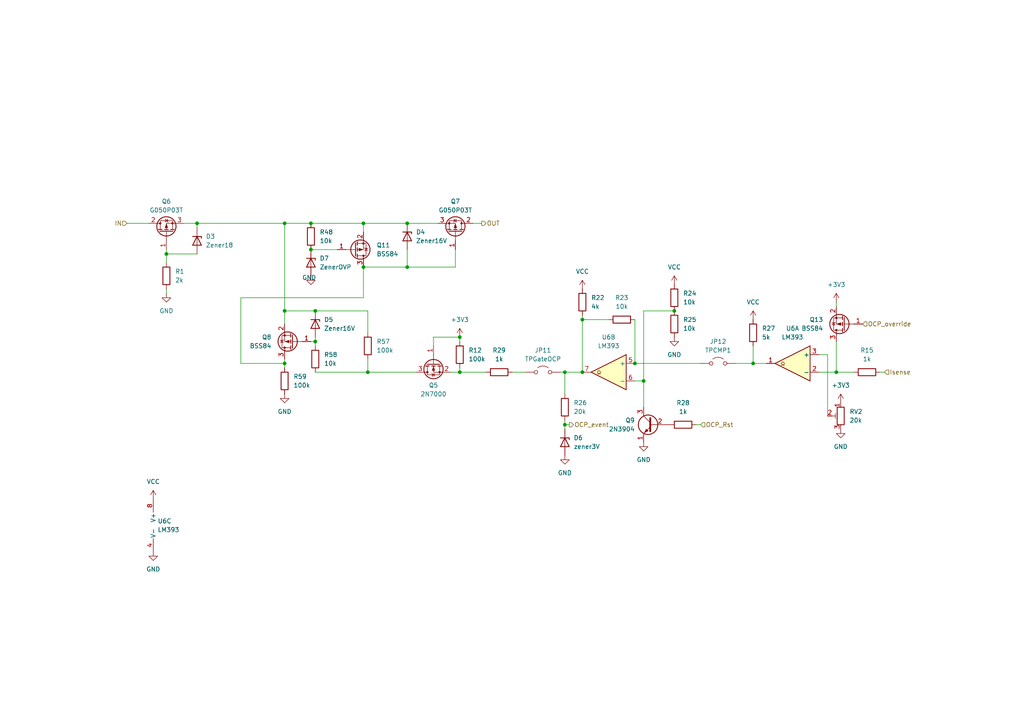
<source format=kicad_sch>
(kicad_sch (version 20231120) (generator "eeschema") (generator_version "8.0")
  (paper "A4")
  (lib_symbols
    (symbol "Comparator:LM393" (pin_names (offset 0.127))
      (property "Reference" "U" (at 3.81 3.81 0))
      (property "Value" "LM393" (at 6.35 -3.81 0))
      (symbol "LM393_1_1"
        (polyline (pts (xy -5.08 5.08) (xy 5.08 0) (xy -5.08 -5.08) (xy -5.08 5.08)) (stroke (width 0.254)) (fill (type background)))
        (polyline (pts (xy 3.302 -0.508) (xy 2.794 -0.508) (xy 3.302 0) (xy 2.794 0.508) (xy 2.286 0) (xy 2.794 -0.508) (xy 2.286 -0.508)) (stroke (width 0.127)))
        (pin open_collector line (at 7.62 0 180) (length 2.54) (name "~") (number "1"))
        (pin input line (at -7.62 -2.54 0) (length 2.54) (name "-") (number "2"))
        (pin input line (at -7.62 2.54 0) (length 2.54) (name "+") (number "3"))
      )
      (symbol "LM393_2_1"
        (polyline (pts (xy -5.08 5.08) (xy 5.08 0) (xy -5.08 -5.08) (xy -5.08 5.08)) (stroke (width 0.254)) (fill (type background)))
        (polyline (pts (xy 3.302 -0.508) (xy 2.794 -0.508) (xy 3.302 0) (xy 2.794 0.508) (xy 2.286 0) (xy 2.794 -0.508) (xy 2.286 -0.508)) (stroke (width 0.127)))
        (pin input line (at -7.62 2.54 0) (length 2.54) (name "+") (number "5"))
        (pin input line (at -7.62 -2.54 0) (length 2.54) (name "-") (number "6"))
        (pin open_collector line (at 7.62 0 180) (length 2.54) (name "~") (number "7"))
      )
      (symbol "LM393_3_1"
        (pin power_in line (at -2.54 -7.62 90) (length 3.81) (name "V-") (number "4"))
        (pin power_in line (at -2.54 7.62 270) (length 3.81) (name "V+") (number "8"))
      )
    )
    (symbol "Device:D_Zener" (pin_numbers hide) (pin_names (offset 1.016) hide)
      (property "Reference" "D" (at 0 2.54 0))
      (property "Value" "D_Zener" (at 0 -2.54 0))
      (symbol "D_Zener_0_1"
        (polyline (pts (xy 1.27 0) (xy -1.27 0)))
        (polyline (pts (xy -1.27 -1.27) (xy -1.27 1.27) (xy -0.762 1.27)) (stroke (width 0.254)))
        (polyline (pts (xy 1.27 -1.27) (xy 1.27 1.27) (xy -1.27 0) (xy 1.27 -1.27)) (stroke (width 0.254)))
      )
      (symbol "D_Zener_1_1"
        (pin passive line (at -3.81 0 0) (length 2.54) (name "K") (number "1"))
        (pin passive line (at 3.81 0 180) (length 2.54) (name "A") (number "2"))
      )
    )
    (symbol "Device:R" (pin_numbers hide) (pin_names (offset 0))
      (property "Reference" "R" (at 2.032 0 90))
      (property "Value" "R" (at 0 0 90))
      (symbol "R_0_1"
        (rectangle (start -1.016 -2.54) (end 1.016 2.54) (stroke (width 0.254)))
      )
      (symbol "R_1_1"
        (pin passive line (at 0 3.81 270) (length 1.27) (name "~") (number "1"))
        (pin passive line (at 0 -3.81 90) (length 1.27) (name "~") (number "2"))
      )
    )
    (symbol "Device:R_Potentiometer_Trim" (pin_names (offset 1.016) hide)
      (property "Reference" "RV" (at -4.445 0 90))
      (property "Value" "R_Potentiometer_Trim" (at -2.54 0 90))
      (symbol "R_Potentiometer_Trim_0_1"
        (polyline (pts (xy 1.524 0.762) (xy 1.524 -0.762)))
        (polyline (pts (xy 2.54 0) (xy 1.524 0)))
        (rectangle (start 1.016 2.54) (end -1.016 -2.54) (stroke (width 0.254)))
      )
      (symbol "R_Potentiometer_Trim_1_1"
        (pin passive line (at 0 3.81 270) (length 1.27) (name "1") (number "1"))
        (pin passive line (at 3.81 0 180) (length 1.27) (name "2") (number "2"))
        (pin passive line (at 0 -3.81 90) (length 1.27) (name "3") (number "3"))
      )
    )
    (symbol "Jumper:Jumper_2_Open" (pin_numbers hide) (pin_names (offset 0) hide) (exclude_from_sim yes)
      (property "Reference" "JP" (at 0 2.794 0))
      (property "Value" "Jumper_2_Open" (at 0 -2.286 0))
      (symbol "Jumper_2_Open_0_0"
        (circle (center -2.032 0) (radius 0.508))
        (circle (center 2.032 0) (radius 0.508))
      )
      (symbol "Jumper_2_Open_0_1"
        (arc (start 1.524 1.27) (mid 0 1.778) (end -1.524 1.27))
      )
      (symbol "Jumper_2_Open_1_1"
        (pin passive line (at -5.08 0 0) (length 2.54) (name "A") (number "1"))
        (pin passive line (at 5.08 0 180) (length 2.54) (name "B") (number "2"))
      )
    )
    (symbol "Transistor_BJT:2N3904" (pin_names (offset 0) hide)
      (property "Reference" "Q" (at 5.08 1.905 0))
      (property "Value" "2N3904" (at 5.08 0 0))
      (symbol "2N3904_0_1"
        (polyline (pts (xy 0.635 0.635) (xy 2.54 2.54)))
        (polyline (pts (xy 0.635 -0.635) (xy 2.54 -2.54) (xy 2.54 -2.54)))
        (polyline (pts (xy 0.635 1.905) (xy 0.635 -1.905) (xy 0.635 -1.905)) (stroke (width 0.508)))
        (polyline (pts (xy 1.27 -1.778) (xy 1.778 -1.27) (xy 2.286 -2.286) (xy 1.27 -1.778) (xy 1.27 -1.778)) (fill (type outline)))
        (circle (center 1.27 0) (radius 2.8194) (stroke (width 0.254)))
      )
      (symbol "2N3904_1_1"
        (pin passive line (at 2.54 -5.08 90) (length 2.54) (name "E") (number "1"))
        (pin passive line (at -5.08 0 0) (length 5.715) (name "B") (number "2"))
        (pin passive line (at 2.54 5.08 270) (length 2.54) (name "C") (number "3"))
      )
    )
    (symbol "Transistor_FET:2N7000" (pin_names hide)
      (property "Reference" "Q5" (at 6.35 0 90))
      (property "Value" "2N7000" (at 8.89 0 90))
      (symbol "2N7000_0_1"
        (polyline (pts (xy 0.254 0) (xy -2.54 0)))
        (polyline (pts (xy 0.254 1.905) (xy 0.254 -1.905)) (stroke (width 0.254)))
        (polyline (pts (xy 0.762 -1.27) (xy 0.762 -2.286)) (stroke (width 0.254)))
        (polyline (pts (xy 0.762 0.508) (xy 0.762 -0.508)) (stroke (width 0.254)))
        (polyline (pts (xy 0.762 2.286) (xy 0.762 1.27)) (stroke (width 0.254)))
        (polyline (pts (xy 2.54 2.54) (xy 2.54 1.778)))
        (polyline (pts (xy 2.54 -2.54) (xy 2.54 0) (xy 0.762 0)))
        (polyline (pts (xy 0.762 -1.778) (xy 3.302 -1.778) (xy 3.302 1.778) (xy 0.762 1.778)))
        (polyline (pts (xy 1.016 0) (xy 2.032 0.381) (xy 2.032 -0.381) (xy 1.016 0)) (fill (type outline)))
        (polyline (pts (xy 2.794 0.508) (xy 2.921 0.381) (xy 3.683 0.381) (xy 3.81 0.254)))
        (polyline (pts (xy 3.302 0.381) (xy 2.921 -0.254) (xy 3.683 -0.254) (xy 3.302 0.381)))
        (circle (center 1.651 0) (radius 2.794) (stroke (width 0.254)))
        (circle (center 2.54 -1.778) (radius 0.254) (fill (type outline)))
        (circle (center 2.54 1.778) (radius 0.254) (fill (type outline)))
      )
      (symbol "2N7000_1_1"
        (pin input line (at -5.08 0 0) (length 2.54) (name "G") (number "1"))
        (pin passive line (at 2.54 -5.08 90) (length 2.54) (name "S") (number "2"))
        (pin passive line (at 2.54 5.08 270) (length 2.54) (name "D") (number "3"))
      )
    )
    (symbol "Transistor_FET:BSS84" (pin_names hide)
      (property "Reference" "Q" (at 5.08 1.905 0))
      (property "Value" "BSS84" (at 5.08 0 0))
      (symbol "BSS84_0_1"
        (polyline (pts (xy 0.254 0) (xy -2.54 0)))
        (polyline (pts (xy 0.254 1.905) (xy 0.254 -1.905)) (stroke (width 0.254)))
        (polyline (pts (xy 0.762 -1.27) (xy 0.762 -2.286)) (stroke (width 0.254)))
        (polyline (pts (xy 0.762 0.508) (xy 0.762 -0.508)) (stroke (width 0.254)))
        (polyline (pts (xy 0.762 2.286) (xy 0.762 1.27)) (stroke (width 0.254)))
        (polyline (pts (xy 2.54 2.54) (xy 2.54 1.778)))
        (polyline (pts (xy 2.54 -2.54) (xy 2.54 0) (xy 0.762 0)))
        (polyline (pts (xy 0.762 1.778) (xy 3.302 1.778) (xy 3.302 -1.778) (xy 0.762 -1.778)))
        (polyline (pts (xy 2.286 0) (xy 1.27 0.381) (xy 1.27 -0.381) (xy 2.286 0)) (fill (type outline)))
        (polyline (pts (xy 2.794 -0.508) (xy 2.921 -0.381) (xy 3.683 -0.381) (xy 3.81 -0.254)))
        (polyline (pts (xy 3.302 -0.381) (xy 2.921 0.254) (xy 3.683 0.254) (xy 3.302 -0.381)))
        (circle (center 1.651 0) (radius 2.794) (stroke (width 0.254)))
        (circle (center 2.54 -1.778) (radius 0.254) (fill (type outline)))
        (circle (center 2.54 1.778) (radius 0.254) (fill (type outline)))
      )
      (symbol "BSS84_1_1"
        (pin input line (at -5.08 0 0) (length 2.54) (name "G") (number "1"))
        (pin passive line (at 2.54 -5.08 90) (length 2.54) (name "S") (number "2"))
        (pin passive line (at 2.54 5.08 270) (length 2.54) (name "D") (number "3"))
      )
    )
    (symbol "Transistor_FET:IRF9540N" (pin_names hide)
      (property "Reference" "Q" (at 5.08 1.905 0))
      (property "Value" "IRF9540N" (at 5.08 0 0))
      (symbol "IRF9540N_0_1"
        (polyline (pts (xy 0.254 0) (xy -2.54 0)))
        (polyline (pts (xy 0.254 1.905) (xy 0.254 -1.905)) (stroke (width 0.254)))
        (polyline (pts (xy 0.762 -1.27) (xy 0.762 -2.286)) (stroke (width 0.254)))
        (polyline (pts (xy 0.762 0.508) (xy 0.762 -0.508)) (stroke (width 0.254)))
        (polyline (pts (xy 0.762 2.286) (xy 0.762 1.27)) (stroke (width 0.254)))
        (polyline (pts (xy 2.54 2.54) (xy 2.54 1.778)))
        (polyline (pts (xy 2.54 -2.54) (xy 2.54 0) (xy 0.762 0)))
        (polyline (pts (xy 0.762 1.778) (xy 3.302 1.778) (xy 3.302 -1.778) (xy 0.762 -1.778)))
        (polyline (pts (xy 2.286 0) (xy 1.27 0.381) (xy 1.27 -0.381) (xy 2.286 0)) (fill (type outline)))
        (polyline (pts (xy 2.794 -0.508) (xy 2.921 -0.381) (xy 3.683 -0.381) (xy 3.81 -0.254)))
        (polyline (pts (xy 3.302 -0.381) (xy 2.921 0.254) (xy 3.683 0.254) (xy 3.302 -0.381)))
        (circle (center 1.651 0) (radius 2.794) (stroke (width 0.254)))
        (circle (center 2.54 -1.778) (radius 0.254) (fill (type outline)))
        (circle (center 2.54 1.778) (radius 0.254) (fill (type outline)))
      )
      (symbol "IRF9540N_1_1"
        (pin input line (at -5.08 0 0) (length 2.54) (name "G") (number "1"))
        (pin passive line (at 2.54 5.08 270) (length 2.54) (name "D") (number "2"))
        (pin passive line (at 2.54 -5.08 90) (length 2.54) (name "S") (number "3"))
      )
    )
    (symbol "power:+3V3" (power) (pin_numbers hide) (pin_names (offset 0) hide)
      (property "Value" "+3V3" (at 0 3.556 0))
      (symbol "+3V3_0_1"
        (polyline (pts (xy -0.762 1.27) (xy 0 2.54)))
        (polyline (pts (xy 0 0) (xy 0 2.54)))
        (polyline (pts (xy 0 2.54) (xy 0.762 1.27)))
      )
      (symbol "+3V3_1_1"
        (pin power_in line (at 0 0 90) (length 0) (name "~") (number "1"))
      )
    )
    (symbol "power:GND" (power) (pin_numbers hide) (pin_names (offset 0) hide)
      (property "Value" "GND" (at 0 -3.81 0))
      (symbol "GND_0_1"
        (polyline (pts (xy 0 0) (xy 0 -1.27) (xy 1.27 -1.27) (xy 0 -2.54) (xy -1.27 -1.27) (xy 0 -1.27)))
      )
      (symbol "GND_1_1"
        (pin power_in line (at 0 0 270) (length 0) (name "~") (number "1"))
      )
    )
    (symbol "power:VCC" (power) (pin_numbers hide) (pin_names (offset 0) hide)
      (property "Value" "VCC" (at 0 3.556 0))
      (symbol "VCC_0_1"
        (polyline (pts (xy -0.762 1.27) (xy 0 2.54)))
        (polyline (pts (xy 0 0) (xy 0 2.54)))
        (polyline (pts (xy 0 2.54) (xy 0.762 1.27)))
      )
      (symbol "VCC_1_1"
        (pin power_in line (at 0 0 90) (length 0) (name "~") (number "1"))
      )
    )
  )
  (junction (at 168.91 92.71))
  (junction (at 82.55 90.17))
  (junction (at 106.68 107.95))
  (junction (at 91.44 99.06))
  (junction (at 133.35 107.95))
  (junction (at 133.35 97.79))
  (junction (at 105.41 64.77))
  (junction (at 91.44 90.17))
  (junction (at 105.41 77.47))
  (junction (at 118.11 64.77))
  (junction (at 82.55 105.41))
  (junction (at 242.57 107.95))
  (junction (at 118.11 77.47))
  (junction (at 163.83 107.95))
  (junction (at 218.44 105.41))
  (junction (at 195.58 90.17))
  (junction (at 186.69 110.49))
  (junction (at 168.91 107.95))
  (junction (at 48.26 73.66))
  (junction (at 184.15 105.41))
  (junction (at 90.17 72.39))
  (junction (at 82.55 64.77))
  (junction (at 57.15 64.77))
  (junction (at 163.83 123.19))
  (junction (at 90.17 64.77))
  (wire (pts (xy 218.44 105.41) (xy 222.25 105.41)))
  (wire (pts (xy 105.41 67.31) (xy 105.41 64.77)))
  (wire (pts (xy 186.69 90.17) (xy 186.69 110.49)))
  (wire (pts (xy 237.49 102.87) (xy 240.03 102.87)))
  (wire (pts (xy 203.2 105.41) (xy 184.15 105.41)))
  (wire (pts (xy 36.83 64.77) (xy 43.18 64.77)))
  (wire (pts (xy 168.91 92.71) (xy 168.91 107.95)))
  (wire (pts (xy 163.83 123.19) (xy 165.1 123.19)))
  (wire (pts (xy 106.68 107.95) (xy 91.44 107.95)))
  (wire (pts (xy 82.55 64.77) (xy 90.17 64.77)))
  (wire (pts (xy 105.41 77.47) (xy 105.41 86.36)))
  (wire (pts (xy 132.08 72.39) (xy 132.08 77.47)))
  (wire (pts (xy 90.17 99.06) (xy 91.44 99.06)))
  (wire (pts (xy 237.49 107.95) (xy 242.57 107.95)))
  (wire (pts (xy 57.15 64.77) (xy 82.55 64.77)))
  (wire (pts (xy 82.55 90.17) (xy 82.55 64.77)))
  (wire (pts (xy 218.44 100.33) (xy 218.44 105.41)))
  (wire (pts (xy 82.55 105.41) (xy 69.85 105.41)))
  (wire (pts (xy 82.55 93.98) (xy 82.55 90.17)))
  (wire (pts (xy 203.2 123.19) (xy 201.93 123.19)))
  (wire (pts (xy 91.44 99.06) (xy 91.44 100.33)))
  (wire (pts (xy 162.56 107.95) (xy 163.83 107.95)))
  (wire (pts (xy 213.36 105.41) (xy 218.44 105.41)))
  (wire (pts (xy 125.73 97.79) (xy 125.73 100.33)))
  (wire (pts (xy 90.17 72.39) (xy 97.79 72.39)))
  (wire (pts (xy 57.15 73.66) (xy 48.26 73.66)))
  (wire (pts (xy 242.57 87.63) (xy 242.57 88.9)))
  (wire (pts (xy 82.55 106.68) (xy 82.55 105.41)))
  (wire (pts (xy 105.41 64.77) (xy 118.11 64.77)))
  (wire (pts (xy 130.81 107.95) (xy 133.35 107.95)))
  (wire (pts (xy 163.83 123.19) (xy 163.83 124.46)))
  (wire (pts (xy 133.35 99.06) (xy 133.35 97.79)))
  (wire (pts (xy 242.57 107.95) (xy 247.65 107.95)))
  (wire (pts (xy 148.59 107.95) (xy 152.4 107.95)))
  (wire (pts (xy 118.11 64.77) (xy 127 64.77)))
  (wire (pts (xy 48.26 73.66) (xy 48.26 76.2)))
  (wire (pts (xy 91.44 90.17) (xy 106.68 90.17)))
  (wire (pts (xy 242.57 99.06) (xy 242.57 107.95)))
  (wire (pts (xy 133.35 97.79) (xy 125.73 97.79)))
  (wire (pts (xy 69.85 86.36) (xy 105.41 86.36)))
  (wire (pts (xy 106.68 104.14) (xy 106.68 107.95)))
  (wire (pts (xy 91.44 97.79) (xy 91.44 99.06)))
  (wire (pts (xy 106.68 107.95) (xy 120.65 107.95)))
  (wire (pts (xy 82.55 105.41) (xy 82.55 104.14)))
  (wire (pts (xy 105.41 76.2) (xy 105.41 77.47)))
  (wire (pts (xy 240.03 102.87) (xy 240.03 120.65)))
  (wire (pts (xy 48.26 83.82) (xy 48.26 85.09)))
  (wire (pts (xy 163.83 107.95) (xy 168.91 107.95)))
  (wire (pts (xy 186.69 110.49) (xy 186.69 118.11)))
  (wire (pts (xy 133.35 107.95) (xy 140.97 107.95)))
  (wire (pts (xy 168.91 91.44) (xy 168.91 92.71)))
  (wire (pts (xy 168.91 92.71) (xy 176.53 92.71)))
  (wire (pts (xy 163.83 121.92) (xy 163.83 123.19)))
  (wire (pts (xy 184.15 92.71) (xy 184.15 105.41)))
  (wire (pts (xy 57.15 64.77) (xy 57.15 66.04)))
  (wire (pts (xy 132.08 77.47) (xy 118.11 77.47)))
  (wire (pts (xy 118.11 72.39) (xy 118.11 77.47)))
  (wire (pts (xy 48.26 72.39) (xy 48.26 73.66)))
  (wire (pts (xy 163.83 107.95) (xy 163.83 114.3)))
  (wire (pts (xy 137.16 64.77) (xy 139.7 64.77)))
  (wire (pts (xy 186.69 110.49) (xy 184.15 110.49)))
  (wire (pts (xy 82.55 90.17) (xy 91.44 90.17)))
  (wire (pts (xy 255.27 107.95) (xy 256.54 107.95)))
  (wire (pts (xy 106.68 90.17) (xy 106.68 96.52)))
  (wire (pts (xy 186.69 90.17) (xy 195.58 90.17)))
  (wire (pts (xy 118.11 77.47) (xy 105.41 77.47)))
  (wire (pts (xy 69.85 105.41) (xy 69.85 86.36)))
  (wire (pts (xy 53.34 64.77) (xy 57.15 64.77)))
  (wire (pts (xy 133.35 106.68) (xy 133.35 107.95)))
  (wire (pts (xy 90.17 64.77) (xy 105.41 64.77)))
  (hierarchical_label "OCP_Rst" (shape input) (at 203.2 123.19 0))
  (hierarchical_label "IN" (shape input) (at 36.83 64.77 180))
  (hierarchical_label "Isense" (shape input) (at 256.54 107.95 0))
  (hierarchical_label "OUT" (shape output) (at 139.7 64.77 0))
  (hierarchical_label "OCP_override" (shape input) (at 250.19 93.98 0))
  (hierarchical_label "OCP_event" (shape output) (at 165.1 123.19 0))
  (symbol (lib_id "Device:R") (at 82.55 110.49 180) (unit 1)
    (property "Reference" "R59" (at 85.09 109.2199 0) (effects (justify right)))
    (property "Value" "100k" (at 85.09 111.7599 0) (effects (justify right)))
    (property "Footprint" "Resistor_SMD:R_0805_2012Metric_Pad1.20x1.40mm_HandSolder" (effects (hide yes)))
    (property "Description" "Resistor" (effects (hide yes)))
  )
  (symbol (lib_id "power:GND") (at 44.45 160.02 0) (unit 1)
    (property "Reference" "#PWR07" (effects (hide yes)))
    (property "Value" "GND" (at 44.45 165.1 0))
    (property "Description" "Power symbol creates a global label with name \"GND\" , ground" (effects (hide yes)))
  )
  (symbol (lib_id "power:VCC") (at 168.91 83.82 0) (unit 1)
    (property "Reference" "#PWR032" (effects (hide yes)))
    (property "Value" "VCC" (at 168.91 78.74 0))
    (property "Description" "Power symbol creates a global label with name \"VCC\"" (effects (hide yes)))
  )
  (symbol (lib_id "Device:D_Zener") (at 91.44 93.98 270) (unit 1)
    (property "Reference" "D5" (at 93.98 92.7099 90) (effects (justify left)))
    (property "Value" "Zener16V" (at 93.98 95.2499 90) (effects (justify left)))
    (property "Footprint" "Diode_THT:D_DO-35_SOD27_P7.62mm_Horizontal" (effects (hide yes)))
    (property "Description" "Zener diode" (effects (hide yes)))
  )
  (symbol (lib_id "Device:R") (at 91.44 104.14 180) (unit 1)
    (property "Reference" "R58" (at 93.98 102.8699 0) (effects (justify right)))
    (property "Value" "10k" (at 93.98 105.4099 0) (effects (justify right)))
    (property "Footprint" "Resistor_SMD:R_0805_2012Metric_Pad1.20x1.40mm_HandSolder" (effects (hide yes)))
    (property "Description" "Resistor" (effects (hide yes)))
  )
  (symbol (lib_id "Device:R") (at 106.68 100.33 180) (unit 1)
    (property "Reference" "R57" (at 109.22 99.0599 0) (effects (justify right)))
    (property "Value" "100k" (at 109.22 101.5999 0) (effects (justify right)))
    (property "Footprint" "Resistor_SMD:R_0805_2012Metric_Pad1.20x1.40mm_HandSolder" (effects (hide yes)))
    (property "Description" "Resistor" (effects (hide yes)))
  )
  (symbol (lib_id "Transistor_FET:BSS84") (at 85.09 99.06 180) (unit 1)
    (property "Reference" "Q8" (at 78.74 97.7899 0) (effects (justify left)))
    (property "Value" "BSS84" (at 78.74 100.3299 0) (effects (justify left)))
    (property "Footprint" "Package_TO_SOT_SMD:SOT-23_Handsoldering" (effects (hide yes)))
    (property "Datasheet" "http://assets.nexperia.com/documents/data-sheet/BSS84.pdf" (effects (hide yes)))
    (property "Description" "-0.13A Id, -50V Vds, P-Channel MOSFET, SOT-23" (effects (hide yes)))
  )
  (symbol (lib_id "Transistor_FET:BSS84") (at 102.87 72.39 0) (mirror x) (unit 1)
    (property "Reference" "Q11" (at 109.22 71.1199 0) (effects (justify left)))
    (property "Value" "BSS84" (at 109.22 73.6599 0) (effects (justify left)))
    (property "Footprint" "Package_TO_SOT_SMD:SOT-23_Handsoldering" (effects (hide yes)))
    (property "Datasheet" "http://assets.nexperia.com/documents/data-sheet/BSS84.pdf" (effects (hide yes)))
    (property "Description" "-0.13A Id, -50V Vds, P-Channel MOSFET, SOT-23" (effects (hide yes)))
  )
  (symbol (lib_id "Device:R") (at 133.35 102.87 180) (unit 1)
    (property "Reference" "R12" (at 135.89 101.5999 0) (effects (justify right)))
    (property "Value" "100k" (at 135.89 104.1399 0) (effects (justify right)))
    (property "Footprint" "Resistor_SMD:R_0805_2012Metric_Pad1.20x1.40mm_HandSolder" (effects (hide yes)))
    (property "Description" "Resistor" (effects (hide yes)))
  )
  (symbol (lib_id "power:VCC") (at 195.58 82.55 0) (unit 1)
    (property "Reference" "#PWR034" (effects (hide yes)))
    (property "Value" "VCC" (at 195.58 77.47 0))
    (property "Description" "Power symbol creates a global label with name \"VCC\"" (effects (hide yes)))
  )
  (symbol (lib_id "power:GND") (at 186.69 128.27 0) (unit 1)
    (property "Reference" "#PWR038" (effects (hide yes)))
    (property "Value" "GND" (at 186.69 133.35 0))
    (property "Description" "Power symbol creates a global label with name \"GND\" , ground" (effects (hide yes)))
  )
  (symbol (lib_id "Device:D_Zener") (at 163.83 128.27 270) (unit 1)
    (property "Reference" "D6" (at 166.37 126.9999 90) (effects (justify left)))
    (property "Value" "zener3V" (at 166.37 129.5399 90) (effects (justify left)))
    (property "Footprint" "Diode_THT:D_DO-35_SOD27_P7.62mm_Horizontal" (effects (hide yes)))
    (property "Description" "Zener diode" (effects (hide yes)))
  )
  (symbol (lib_id "Device:R") (at 144.78 107.95 270) (unit 1)
    (property "Reference" "R29" (at 144.78 101.6 90))
    (property "Value" "1k" (at 144.78 104.14 90))
    (property "Footprint" "Resistor_SMD:R_0805_2012Metric_Pad1.20x1.40mm_HandSolder" (effects (hide yes)))
    (property "Description" "Resistor" (effects (hide yes)))
  )
  (symbol (lib_id "Device:R") (at 90.17 68.58 180) (unit 1)
    (property "Reference" "R48" (at 92.71 67.3099 0) (effects (justify right)))
    (property "Value" "10k" (at 92.71 69.8499 0) (effects (justify right)))
    (property "Footprint" "Resistor_SMD:R_0805_2012Metric_Pad1.20x1.40mm_HandSolder" (effects (hide yes)))
    (property "Description" "Resistor" (effects (hide yes)))
  )
  (symbol (lib_id "power:GND") (at 82.55 114.3 0) (unit 1)
    (property "Reference" "#PWR040" (effects (hide yes)))
    (property "Value" "GND" (at 82.55 119.38 0))
    (property "Description" "Power symbol creates a global label with name \"GND\" , ground" (effects (hide yes)))
  )
  (symbol (lib_id "Comparator:LM393") (at 229.87 105.41 0) (mirror y) (unit 1)
    (property "Reference" "U6" (at 229.87 95.25 0))
    (property "Value" "LM393" (at 229.87 97.79 0))
    (property "Footprint" "Package_SO:SOIC-8_3.9x4.9mm_P1.27mm" (effects (hide yes)))
    (property "Datasheet" "http://www.ti.com/lit/ds/symlink/lm393.pdf" (effects (hide yes)))
    (property "Description" "Low-Power, Low-Offset Voltage, Dual Comparators, DIP-8/SOIC-8/TO-99-8" (effects (hide yes)))
  )
  (symbol (lib_id "Device:D_Zener") (at 90.17 76.2 270) (unit 1)
    (property "Reference" "D7" (at 92.71 74.9299 90) (effects (justify left)))
    (property "Value" "ZenerOVP" (at 92.71 77.4699 90) (effects (justify left)))
    (property "Footprint" "Diode_THT:D_DO-35_SOD27_P7.62mm_Horizontal" (effects (hide yes)))
    (property "Description" "Zener diode" (effects (hide yes)))
  )
  (symbol (lib_id "Device:R") (at 195.58 86.36 180) (unit 1)
    (property "Reference" "R24" (at 198.12 85.0899 0) (effects (justify right)))
    (property "Value" "10k" (at 198.12 87.6299 0) (effects (justify right)))
    (property "Footprint" "Resistor_SMD:R_0805_2012Metric_Pad1.20x1.40mm_HandSolder" (effects (hide yes)))
    (property "Description" "Resistor" (effects (hide yes)))
  )
  (symbol (lib_id "Transistor_FET:2N7000") (at 125.73 105.41 90) (mirror x) (unit 1)
    (property "Reference" "Q5" (at 125.73 111.76 90))
    (property "Value" "2N7000" (at 125.73 114.3 90))
    (property "Footprint" "Package_TO_SOT_SMD:SOT-23_Handsoldering" (effects (hide yes)))
    (property "Datasheet" "https://www.vishay.com/docs/70226/70226.pdf" (effects (hide yes)))
    (property "Description" "0.2A Id, 200V Vds, N-Channel MOSFET, 2.6V Logic Level, TO-92" (effects (hide yes)))
  )
  (symbol (lib_id "Jumper:Jumper_2_Open") (at 157.48 107.95 0) (unit 1) (exclude_from_sim yes)
    (property "Reference" "JP11" (at 157.48 101.6 0))
    (property "Value" "TPGateOCP" (at 157.48 104.14 0))
    (property "Footprint" "Connector_PinSocket_2.54mm:PinSocket_1x02_P2.54mm_Vertical" (effects (hide yes)))
    (property "Description" "Jumper, 2-pole, open" (effects (hide yes)))
  )
  (symbol (lib_id "power:GND") (at 195.58 97.79 0) (unit 1)
    (property "Reference" "#PWR033" (effects (hide yes)))
    (property "Value" "GND" (at 195.58 102.87 0))
    (property "Description" "Power symbol creates a global label with name \"GND\" , ground" (effects (hide yes)))
  )
  (symbol (lib_id "power:GND") (at 90.17 80.01 0) (unit 1)
    (property "Reference" "#PWR059" (effects (hide yes)))
    (property "Value" "GND" (at 89.662 80.518 0))
    (property "Description" "Power symbol creates a global label with name \"GND\" , ground" (effects (hide yes)))
  )
  (symbol (lib_id "Device:R") (at 163.83 118.11 180) (unit 1)
    (property "Reference" "R26" (at 166.37 116.8399 0) (effects (justify right)))
    (property "Value" "20k" (at 166.37 119.3799 0) (effects (justify right)))
    (property "Footprint" "Resistor_SMD:R_0805_2012Metric_Pad1.20x1.40mm_HandSolder" (effects (hide yes)))
    (property "Description" "Resistor" (effects (hide yes)))
  )
  (symbol (lib_id "Transistor_FET:BSS84") (at 245.11 93.98 180) (unit 1)
    (property "Reference" "Q13" (at 238.76 92.7099 0) (effects (justify left)))
    (property "Value" "BSS84" (at 238.76 95.2499 0) (effects (justify left)))
    (property "Footprint" "Package_TO_SOT_SMD:SOT-23_Handsoldering" (effects (hide yes)))
    (property "Datasheet" "http://assets.nexperia.com/documents/data-sheet/BSS84.pdf" (effects (hide yes)))
    (property "Description" "-0.13A Id, -50V Vds, P-Channel MOSFET, SOT-23" (effects (hide yes)))
  )
  (symbol (lib_id "Device:D_Zener") (at 118.11 68.58 270) (unit 1)
    (property "Reference" "D4" (at 120.65 67.3099 90) (effects (justify left)))
    (property "Value" "Zener16V" (at 120.65 69.8499 90) (effects (justify left)))
    (property "Footprint" "Diode_THT:D_DO-35_SOD27_P7.62mm_Horizontal" (effects (hide yes)))
    (property "Description" "Zener diode" (effects (hide yes)))
  )
  (symbol (lib_id "Device:R") (at 168.91 87.63 180) (unit 1)
    (property "Reference" "R22" (at 171.45 86.3599 0) (effects (justify right)))
    (property "Value" "4k" (at 171.45 88.8999 0) (effects (justify right)))
    (property "Footprint" "Resistor_SMD:R_0805_2012Metric_Pad1.20x1.40mm_HandSolder" (effects (hide yes)))
    (property "Description" "Resistor" (effects (hide yes)))
  )
  (symbol (lib_id "power:GND") (at 163.83 132.08 0) (unit 1)
    (property "Reference" "#PWR036" (effects (hide yes)))
    (property "Value" "GND" (at 163.83 137.16 0))
    (property "Description" "Power symbol creates a global label with name \"GND\" , ground" (effects (hide yes)))
  )
  (symbol (lib_id "Device:D_Zener") (at 57.15 69.85 270) (unit 1)
    (property "Reference" "D3" (at 59.69 68.5799 90) (effects (justify left)))
    (property "Value" "Zener18" (at 59.69 71.1199 90) (effects (justify left)))
    (property "Footprint" "Diode_THT:D_DO-35_SOD27_P7.62mm_Horizontal" (effects (hide yes)))
    (property "Description" "Zener diode" (effects (hide yes)))
  )
  (symbol (lib_id "power:VCC") (at 44.45 144.78 0) (unit 1)
    (property "Reference" "#PWR011" (effects (hide yes)))
    (property "Value" "VCC" (at 44.45 139.7 0))
    (property "Description" "Power symbol creates a global label with name \"VCC\"" (effects (hide yes)))
  )
  (symbol (lib_id "Device:R") (at 251.46 107.95 90) (unit 1)
    (property "Reference" "R15" (at 251.46 101.6 90))
    (property "Value" "1k" (at 251.46 104.14 90))
    (property "Footprint" "Resistor_SMD:R_0805_2012Metric_Pad1.20x1.40mm_HandSolder" (effects (hide yes)))
    (property "Description" "Resistor" (effects (hide yes)))
  )
  (symbol (lib_id "Comparator:LM393") (at 176.53 107.95 0) (mirror y) (unit 2)
    (property "Reference" "U6" (at 176.53 97.79 0))
    (property "Value" "LM393" (at 176.53 100.33 0))
    (property "Footprint" "Package_SO:SOIC-8_3.9x4.9mm_P1.27mm" (effects (hide yes)))
    (property "Datasheet" "http://www.ti.com/lit/ds/symlink/lm393.pdf" (effects (hide yes)))
    (property "Description" "Low-Power, Low-Offset Voltage, Dual Comparators, DIP-8/SOIC-8/TO-99-8" (effects (hide yes)))
  )
  (symbol (lib_id "Transistor_BJT:2N3904") (at 189.23 123.19 0) (mirror y) (unit 1)
    (property "Reference" "Q9" (at 184.15 121.9199 0) (effects (justify left)))
    (property "Value" "2N3904" (at 184.15 124.4599 0) (effects (justify left)))
    (property "Footprint" "Package_TO_SOT_SMD:SOT-23_Handsoldering" (effects (hide yes)))
    (property "Datasheet" "https://www.onsemi.com/pub/Collateral/2N3903-D.PDF" (effects (hide yes)))
    (property "Description" "0.2A Ic, 40V Vce, Small Signal NPN Transistor, TO-92" (effects (hide yes)))
  )
  (symbol (lib_id "Comparator:LM393") (at 41.91 152.4 0) (mirror y) (unit 3)
    (property "Reference" "U6" (at 45.72 151.1299 0) (effects (justify right)))
    (property "Value" "LM393" (at 45.72 153.6699 0) (effects (justify right)))
    (property "Footprint" "Package_SO:SOIC-8_3.9x4.9mm_P1.27mm" (effects (hide yes)))
    (property "Datasheet" "http://www.ti.com/lit/ds/symlink/lm393.pdf" (effects (hide yes)))
    (property "Description" "Low-Power, Low-Offset Voltage, Dual Comparators, DIP-8/SOIC-8/TO-99-8" (effects (hide yes)))
  )
  (symbol (lib_id "power:GND") (at 48.26 85.09 0) (unit 1)
    (property "Reference" "#PWR029" (effects (hide yes)))
    (property "Value" "GND" (at 48.26 90.17 0))
    (property "Description" "Power symbol creates a global label with name \"GND\" , ground" (effects (hide yes)))
  )
  (symbol (lib_id "Device:R") (at 48.26 80.01 0) (unit 1)
    (property "Reference" "R1" (at 50.8 78.7399 0) (effects (justify left)))
    (property "Value" "2k" (at 50.8 81.2799 0) (effects (justify left)))
    (property "Footprint" "Resistor_SMD:R_0805_2012Metric_Pad1.20x1.40mm_HandSolder" (effects (hide yes)))
    (property "Description" "Resistor" (effects (hide yes)))
  )
  (symbol (lib_id "Device:R") (at 198.12 123.19 270) (unit 1)
    (property "Reference" "R28" (at 198.12 116.84 90))
    (property "Value" "1k" (at 198.12 119.38 90))
    (property "Footprint" "Resistor_SMD:R_0805_2012Metric_Pad1.20x1.40mm_HandSolder" (effects (hide yes)))
    (property "Description" "Resistor" (effects (hide yes)))
  )
  (symbol (lib_id "Device:R") (at 218.44 96.52 0) (unit 1)
    (property "Reference" "R27" (at 220.98 95.2499 0) (effects (justify left)))
    (property "Value" "5k" (at 220.98 97.7899 0) (effects (justify left)))
    (property "Footprint" "Resistor_SMD:R_0805_2012Metric_Pad1.20x1.40mm_HandSolder" (effects (hide yes)))
    (property "Description" "Resistor" (effects (hide yes)))
  )
  (symbol (lib_id "Device:R") (at 180.34 92.71 90) (unit 1)
    (property "Reference" "R23" (at 180.34 86.36 90))
    (property "Value" "10k" (at 180.34 88.9 90))
    (property "Footprint" "Resistor_SMD:R_0805_2012Metric_Pad1.20x1.40mm_HandSolder" (effects (hide yes)))
    (property "Description" "Resistor" (effects (hide yes)))
  )
  (symbol (lib_id "Device:R_Potentiometer_Trim") (at 243.84 120.65 0) (mirror y) (unit 1)
    (property "Reference" "RV2" (at 246.38 119.38 0) (effects (justify right)))
    (property "Value" "20k" (at 246.38 121.92 0) (effects (justify right)))
    (property "Footprint" "Potentiometer_THT:Potentiometer_ACP_CA9-H5_Horizontal" (effects (hide yes)))
    (property "LCSC" "C118929" (effects (hide yes)))
  )
  (symbol (lib_id "Transistor_FET:IRF9540N") (at 132.08 67.31 270) (mirror x) (unit 1)
    (property "Reference" "Q7" (at 132.08 58.42 90))
    (property "Value" "G050P03T" (at 132.08 60.96 90))
    (property "Footprint" "Package_TO_SOT_THT:TO-220-3_Vertical" (effects (hide yes)))
    (property "Datasheet" "http://www.irf.com/product-info/datasheets/data/irf9540n.pdf" (effects (hide yes)))
    (property "Description" "-23A Id, -100V Vds, 117mOhm Rds, P-Channel HEXFET Power MOSFET, TO-220" (effects (hide yes)))
  )
  (symbol (lib_id "power:GND") (at 243.84 124.46 0) (unit 1)
    (property "Reference" "#PWR041" (effects (hide yes)))
    (property "Value" "GND" (at 243.84 129.54 0))
    (property "Description" "Power symbol creates a global label with name \"GND\" , ground" (effects (hide yes)))
  )
  (symbol (lib_id "power:+3V3") (at 242.57 87.63 0) (unit 1)
    (property "Reference" "#PWR023" (effects (hide yes)))
    (property "Value" "+3V3" (at 242.57 82.55 0))
    (property "Description" "Power symbol creates a global label with name \"+3V3\"" (effects (hide yes)))
  )
  (symbol (lib_id "power:+3V3") (at 133.35 97.79 0) (unit 1)
    (property "Reference" "#PWR035" (effects (hide yes)))
    (property "Value" "+3V3" (at 133.35 92.71 0))
    (property "Description" "Power symbol creates a global label with name \"+3V3\"" (effects (hide yes)))
  )
  (symbol (lib_id "Jumper:Jumper_2_Open") (at 208.28 105.41 0) (unit 1) (exclude_from_sim yes)
    (property "Reference" "JP12" (at 208.28 99.06 0))
    (property "Value" "TPCMP1" (at 208.28 101.6 0))
    (property "Footprint" "Connector_PinSocket_2.54mm:PinSocket_1x02_P2.54mm_Vertical" (effects (hide yes)))
    (property "Description" "Jumper, 2-pole, open" (effects (hide yes)))
  )
  (symbol (lib_id "Transistor_FET:IRF9540N") (at 48.26 67.31 90) (unit 1)
    (property "Reference" "Q6" (at 48.26 58.42 90))
    (property "Value" "G050P03T" (at 48.26 60.96 90))
    (property "Footprint" "Package_TO_SOT_THT:TO-220-3_Vertical" (effects (hide yes)))
    (property "Datasheet" "http://www.irf.com/product-info/datasheets/data/irf9540n.pdf" (effects (hide yes)))
    (property "Description" "-23A Id, -100V Vds, 117mOhm Rds, P-Channel HEXFET Power MOSFET, TO-220" (effects (hide yes)))
  )
  (symbol (lib_id "power:+3V3") (at 243.84 116.84 0) (unit 1)
    (property "Reference" "#PWR039" (effects (hide yes)))
    (property "Value" "+3V3" (at 243.84 111.76 0))
    (property "Description" "Power symbol creates a global label with name \"+3V3\"" (effects (hide yes)))
  )
  (symbol (lib_id "Device:R") (at 195.58 93.98 180) (unit 1)
    (property "Reference" "R25" (at 198.12 92.7099 0) (effects (justify right)))
    (property "Value" "10k" (at 198.12 95.2499 0) (effects (justify right)))
    (property "Footprint" "Resistor_SMD:R_0805_2012Metric_Pad1.20x1.40mm_HandSolder" (effects (hide yes)))
    (property "Description" "Resistor" (effects (hide yes)))
  )
  (symbol (lib_id "power:VCC") (at 218.44 92.71 0) (unit 1)
    (property "Reference" "#PWR037" (effects (hide yes)))
    (property "Value" "VCC" (at 218.44 87.63 0))
    (property "Description" "Power symbol creates a global label with name \"VCC\"" (effects (hide yes)))
  )
)
</source>
